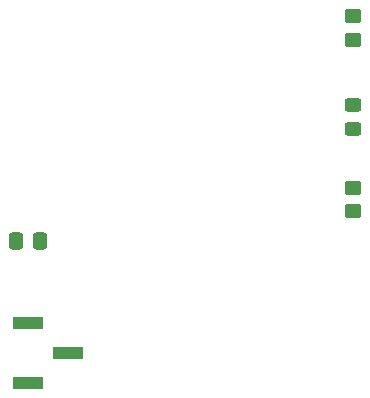
<source format=gbr>
%TF.GenerationSoftware,KiCad,Pcbnew,8.0.8*%
%TF.CreationDate,2025-02-28T02:08:50-08:00*%
%TF.ProjectId,jazmyn_hwsw,6a617a6d-796e-45f6-9877-73772e6b6963,rev?*%
%TF.SameCoordinates,Original*%
%TF.FileFunction,Paste,Top*%
%TF.FilePolarity,Positive*%
%FSLAX46Y46*%
G04 Gerber Fmt 4.6, Leading zero omitted, Abs format (unit mm)*
G04 Created by KiCad (PCBNEW 8.0.8) date 2025-02-28 02:08:50*
%MOMM*%
%LPD*%
G01*
G04 APERTURE LIST*
G04 Aperture macros list*
%AMRoundRect*
0 Rectangle with rounded corners*
0 $1 Rounding radius*
0 $2 $3 $4 $5 $6 $7 $8 $9 X,Y pos of 4 corners*
0 Add a 4 corners polygon primitive as box body*
4,1,4,$2,$3,$4,$5,$6,$7,$8,$9,$2,$3,0*
0 Add four circle primitives for the rounded corners*
1,1,$1+$1,$2,$3*
1,1,$1+$1,$4,$5*
1,1,$1+$1,$6,$7*
1,1,$1+$1,$8,$9*
0 Add four rect primitives between the rounded corners*
20,1,$1+$1,$2,$3,$4,$5,0*
20,1,$1+$1,$4,$5,$6,$7,0*
20,1,$1+$1,$6,$7,$8,$9,0*
20,1,$1+$1,$8,$9,$2,$3,0*%
G04 Aperture macros list end*
%ADD10RoundRect,0.250000X0.450000X-0.325000X0.450000X0.325000X-0.450000X0.325000X-0.450000X-0.325000X0*%
%ADD11RoundRect,0.250000X-0.337500X-0.475000X0.337500X-0.475000X0.337500X0.475000X-0.337500X0.475000X0*%
%ADD12RoundRect,0.250000X-0.450000X0.350000X-0.450000X-0.350000X0.450000X-0.350000X0.450000X0.350000X0*%
%ADD13R,2.510000X1.000000*%
G04 APERTURE END LIST*
D10*
%TO.C,D1*%
X128500000Y-75475000D03*
X128500000Y-77525000D03*
%TD*%
D11*
%TO.C,C1*%
X99925000Y-87000000D03*
X102000000Y-87000000D03*
%TD*%
D12*
%TO.C,R1*%
X128500000Y-70000000D03*
X128500000Y-68000000D03*
%TD*%
D13*
%TO.C,J1*%
X101000000Y-93920000D03*
X104310000Y-96460000D03*
X101000000Y-99000000D03*
%TD*%
D12*
%TO.C,R2*%
X128500000Y-82500000D03*
X128500000Y-84500000D03*
%TD*%
M02*

</source>
